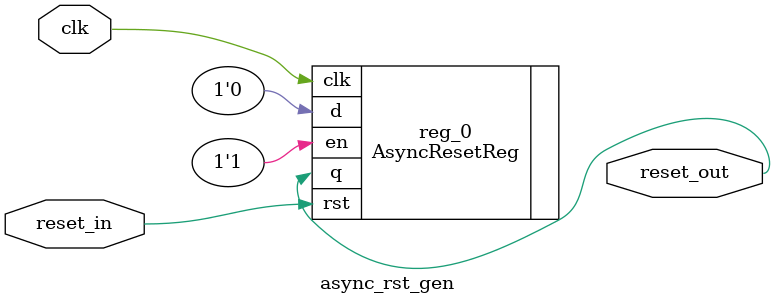
<source format=sv>
module async_rst_gen(
    input clk
    ,input reset_in
    ,output reset_out);


  AsyncResetReg #(.RESET_VALUE(1), .DELAY_CYCLE(2)) reg_0 ( 
    .rst(reset_in),
    .clk(clk),
    .en(1'b1),
    .q(reset_out),
    .d(1'b0)
  );


endmodule
</source>
